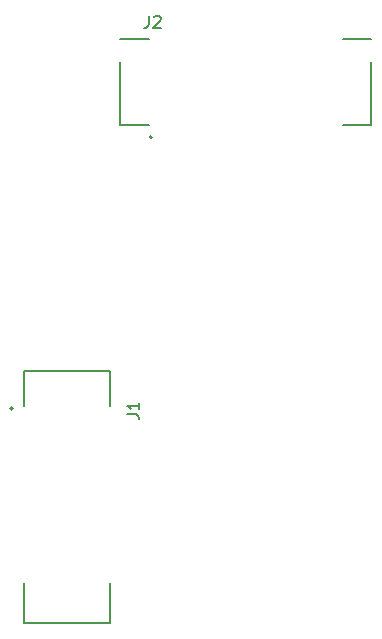
<source format=gbr>
%TF.GenerationSoftware,KiCad,Pcbnew,7.0.1*%
%TF.CreationDate,2023-08-08T21:16:00-04:00*%
%TF.ProjectId,syzygy-txr-to-std,73797a79-6779-42d7-9478-722d746f2d73,rev?*%
%TF.SameCoordinates,Original*%
%TF.FileFunction,Legend,Top*%
%TF.FilePolarity,Positive*%
%FSLAX46Y46*%
G04 Gerber Fmt 4.6, Leading zero omitted, Abs format (unit mm)*
G04 Created by KiCad (PCBNEW 7.0.1) date 2023-08-08 21:16:00*
%MOMM*%
%LPD*%
G01*
G04 APERTURE LIST*
%ADD10C,0.150000*%
%ADD11C,0.200000*%
G04 APERTURE END LIST*
D10*
%TO.C,J1*%
X144975619Y-97066133D02*
X145689904Y-97066133D01*
X145689904Y-97066133D02*
X145832761Y-97113752D01*
X145832761Y-97113752D02*
X145928000Y-97208990D01*
X145928000Y-97208990D02*
X145975619Y-97351847D01*
X145975619Y-97351847D02*
X145975619Y-97447085D01*
X145975619Y-96066133D02*
X145975619Y-96637561D01*
X145975619Y-96351847D02*
X144975619Y-96351847D01*
X144975619Y-96351847D02*
X145118476Y-96447085D01*
X145118476Y-96447085D02*
X145213714Y-96542323D01*
X145213714Y-96542323D02*
X145261333Y-96637561D01*
%TO.C,J2*%
X146812867Y-63317018D02*
X146812867Y-64031303D01*
X146812867Y-64031303D02*
X146765248Y-64174160D01*
X146765248Y-64174160D02*
X146670010Y-64269399D01*
X146670010Y-64269399D02*
X146527153Y-64317018D01*
X146527153Y-64317018D02*
X146431915Y-64317018D01*
X147241439Y-63412256D02*
X147289058Y-63364637D01*
X147289058Y-63364637D02*
X147384296Y-63317018D01*
X147384296Y-63317018D02*
X147622391Y-63317018D01*
X147622391Y-63317018D02*
X147717629Y-63364637D01*
X147717629Y-63364637D02*
X147765248Y-63412256D01*
X147765248Y-63412256D02*
X147812867Y-63507494D01*
X147812867Y-63507494D02*
X147812867Y-63602732D01*
X147812867Y-63602732D02*
X147765248Y-63745589D01*
X147765248Y-63745589D02*
X147193820Y-64317018D01*
X147193820Y-64317018D02*
X147812867Y-64317018D01*
D11*
%TO.C,J1*%
X143498000Y-93422800D02*
X143498000Y-96312800D01*
X136258000Y-93422800D02*
X143498000Y-93422800D01*
X136258000Y-96312800D02*
X136258000Y-93422800D01*
X143498000Y-111312800D02*
X143498000Y-114692800D01*
X143498000Y-114692800D02*
X136258000Y-114692800D01*
X136258000Y-114692800D02*
X136258000Y-111312800D01*
X135278000Y-96562800D02*
G75*
G03*
X135278000Y-96562800I-100000J0D01*
G01*
%TO.C,J2*%
X144386601Y-67204999D02*
X144386601Y-72559999D01*
X144386601Y-72559999D02*
X146821601Y-72559999D01*
X146821601Y-65319999D02*
X144386601Y-65319999D01*
X163221601Y-65319999D02*
X165656601Y-65319999D01*
X165656601Y-67204999D02*
X165656601Y-72559999D01*
X165656601Y-72559999D02*
X163221601Y-72559999D01*
X147071601Y-73589999D02*
G75*
G03*
X147071601Y-73589999I-100000J0D01*
G01*
%TD*%
M02*

</source>
